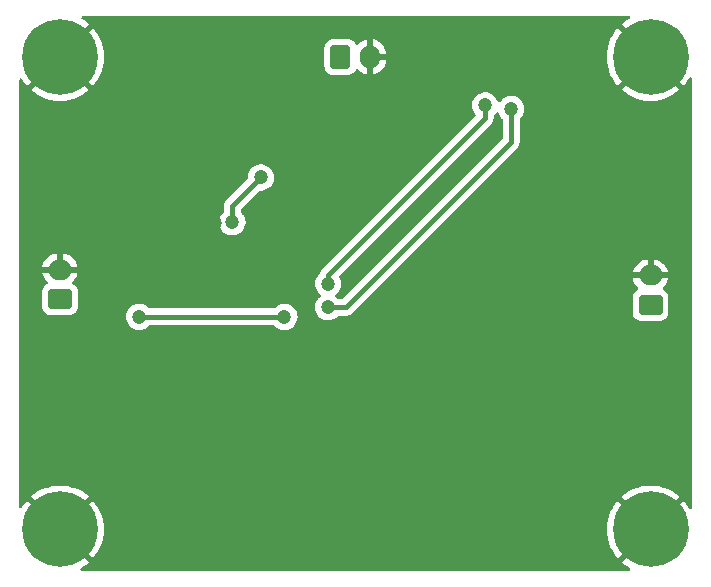
<source format=gbr>
%TF.GenerationSoftware,KiCad,Pcbnew,(6.0.9)*%
%TF.CreationDate,2023-02-16T17:01:49+01:00*%
%TF.ProjectId,TP_MCU,54505f4d-4355-42e6-9b69-6361645f7063,rev?*%
%TF.SameCoordinates,Original*%
%TF.FileFunction,Copper,L2,Bot*%
%TF.FilePolarity,Positive*%
%FSLAX46Y46*%
G04 Gerber Fmt 4.6, Leading zero omitted, Abs format (unit mm)*
G04 Created by KiCad (PCBNEW (6.0.9)) date 2023-02-16 17:01:49*
%MOMM*%
%LPD*%
G01*
G04 APERTURE LIST*
G04 Aperture macros list*
%AMRoundRect*
0 Rectangle with rounded corners*
0 $1 Rounding radius*
0 $2 $3 $4 $5 $6 $7 $8 $9 X,Y pos of 4 corners*
0 Add a 4 corners polygon primitive as box body*
4,1,4,$2,$3,$4,$5,$6,$7,$8,$9,$2,$3,0*
0 Add four circle primitives for the rounded corners*
1,1,$1+$1,$2,$3*
1,1,$1+$1,$4,$5*
1,1,$1+$1,$6,$7*
1,1,$1+$1,$8,$9*
0 Add four rect primitives between the rounded corners*
20,1,$1+$1,$2,$3,$4,$5,0*
20,1,$1+$1,$4,$5,$6,$7,0*
20,1,$1+$1,$6,$7,$8,$9,0*
20,1,$1+$1,$8,$9,$2,$3,0*%
G04 Aperture macros list end*
%TA.AperFunction,ComponentPad*%
%ADD10C,6.400000*%
%TD*%
%TA.AperFunction,ComponentPad*%
%ADD11RoundRect,0.250000X-0.600000X-0.750000X0.600000X-0.750000X0.600000X0.750000X-0.600000X0.750000X0*%
%TD*%
%TA.AperFunction,ComponentPad*%
%ADD12O,1.700000X2.000000*%
%TD*%
%TA.AperFunction,ComponentPad*%
%ADD13RoundRect,0.250000X0.750000X-0.600000X0.750000X0.600000X-0.750000X0.600000X-0.750000X-0.600000X0*%
%TD*%
%TA.AperFunction,ComponentPad*%
%ADD14O,2.000000X1.700000*%
%TD*%
%TA.AperFunction,ViaPad*%
%ADD15C,1.200000*%
%TD*%
%TA.AperFunction,Conductor*%
%ADD16C,0.400000*%
%TD*%
G04 APERTURE END LIST*
D10*
%TO.P,H3,1,1*%
%TO.N,GND*%
X110000000Y-40000000D03*
%TD*%
D11*
%TO.P,J2,1,Pin_1*%
%TO.N,+5V*%
X83750000Y-40000000D03*
D12*
%TO.P,J2,2,Pin_2*%
%TO.N,GND*%
X86250000Y-40000000D03*
%TD*%
D10*
%TO.P,H4,1,1*%
%TO.N,GND*%
X110000000Y-80000000D03*
%TD*%
D13*
%TO.P,J3,1,Pin_1*%
%TO.N,ADC_IN1*%
X60000000Y-60500000D03*
D14*
%TO.P,J3,2,Pin_2*%
%TO.N,GND*%
X60000000Y-58000000D03*
%TD*%
D13*
%TO.P,J4,1,Pin_1*%
%TO.N,DAC_OUT*%
X110000000Y-61000000D03*
D14*
%TO.P,J4,2,Pin_2*%
%TO.N,GND*%
X110000000Y-58500000D03*
%TD*%
D10*
%TO.P,H1,1,1*%
%TO.N,GND*%
X60000000Y-80000000D03*
%TD*%
%TO.P,H2,1,1*%
%TO.N,GND*%
X60000000Y-40000000D03*
%TD*%
D15*
%TO.N,GND*%
X86900000Y-49800000D03*
X101500000Y-76000000D03*
X72700000Y-76600000D03*
X93400000Y-40900000D03*
X98300000Y-58500000D03*
X82300000Y-75700000D03*
X78600000Y-50700000D03*
X73100000Y-54100000D03*
X76300000Y-46400000D03*
X89200000Y-54200000D03*
X93200000Y-50100000D03*
X108400000Y-48200000D03*
X104800000Y-71500000D03*
X93800000Y-72000000D03*
X67500000Y-72200000D03*
X65300000Y-49700000D03*
X74300000Y-64100000D03*
X73100000Y-56400000D03*
X79700000Y-53000000D03*
X78200000Y-57000000D03*
%TO.N,ADC_IN1*%
X79000000Y-62000000D03*
X66700000Y-62000000D03*
%TO.N,NRST*%
X74600000Y-54000000D03*
X77000000Y-50200000D03*
%TO.N,USART2_TX*%
X96000000Y-44100000D03*
X82700000Y-59200000D03*
%TO.N,USART2_RX*%
X82700000Y-61200000D03*
X98200000Y-44400000D03*
%TD*%
D16*
%TO.N,USART2_TX*%
X96000000Y-44100000D02*
X96000000Y-45185786D01*
X82700000Y-58485786D02*
X82700000Y-59200000D01*
X96000000Y-45185786D02*
X82700000Y-58485786D01*
%TO.N,ADC_IN1*%
X66700000Y-62000000D02*
X79000000Y-62000000D01*
%TO.N,USART2_RX*%
X98200000Y-47200000D02*
X98200000Y-44400000D01*
X84200000Y-61200000D02*
X98200000Y-47200000D01*
X82700000Y-61200000D02*
X84200000Y-61200000D01*
%TO.N,NRST*%
X74600000Y-52600000D02*
X77000000Y-50200000D01*
X74600000Y-54000000D02*
X74600000Y-52600000D01*
%TD*%
%TA.AperFunction,Conductor*%
%TO.N,GND*%
G36*
X108224328Y-36530336D02*
G01*
X108270877Y-36583943D01*
X108281053Y-36654207D01*
X108251627Y-36718818D01*
X108213521Y-36748670D01*
X108146405Y-36782868D01*
X108140687Y-36786169D01*
X107820265Y-36994253D01*
X107814939Y-36998123D01*
X107576165Y-37191478D01*
X107567700Y-37203733D01*
X107574034Y-37214824D01*
X112784310Y-42425100D01*
X112797386Y-42432241D01*
X112807753Y-42424784D01*
X113001877Y-42185061D01*
X113005747Y-42179735D01*
X113213831Y-41859313D01*
X113217128Y-41853603D01*
X113253233Y-41782742D01*
X113301981Y-41731127D01*
X113370896Y-41714061D01*
X113438098Y-41736962D01*
X113482250Y-41792559D01*
X113491500Y-41839945D01*
X113491500Y-78160055D01*
X113471498Y-78228176D01*
X113417842Y-78274669D01*
X113347568Y-78284773D01*
X113282988Y-78255279D01*
X113253233Y-78217258D01*
X113217128Y-78146397D01*
X113213831Y-78140687D01*
X113005747Y-77820265D01*
X113001877Y-77814939D01*
X112808522Y-77576165D01*
X112796267Y-77567700D01*
X112785176Y-77574034D01*
X107574900Y-82784310D01*
X107567759Y-82797386D01*
X107575216Y-82807753D01*
X107814935Y-83001874D01*
X107820272Y-83005751D01*
X108140685Y-83213830D01*
X108146394Y-83217126D01*
X108217255Y-83253232D01*
X108268870Y-83301980D01*
X108285936Y-83370895D01*
X108263035Y-83438097D01*
X108207438Y-83482249D01*
X108160052Y-83491499D01*
X61839948Y-83491499D01*
X61771827Y-83471497D01*
X61725334Y-83417841D01*
X61715230Y-83347567D01*
X61744724Y-83282987D01*
X61782745Y-83253232D01*
X61853606Y-83217126D01*
X61859315Y-83213830D01*
X62179728Y-83005751D01*
X62185065Y-83001874D01*
X62423835Y-82808522D01*
X62432300Y-82796267D01*
X62425966Y-82785176D01*
X59641922Y-80001132D01*
X60364408Y-80001132D01*
X60364539Y-80002965D01*
X60368790Y-80009580D01*
X62784310Y-82425100D01*
X62797386Y-82432241D01*
X62807753Y-82424784D01*
X63001877Y-82185061D01*
X63005747Y-82179735D01*
X63213831Y-81859313D01*
X63217128Y-81853603D01*
X63390578Y-81513189D01*
X63393260Y-81507164D01*
X63530171Y-81150498D01*
X63532212Y-81144216D01*
X63631094Y-80775184D01*
X63632465Y-80768734D01*
X63692234Y-80391371D01*
X63692920Y-80384833D01*
X63712916Y-80003301D01*
X106287084Y-80003301D01*
X106307080Y-80384833D01*
X106307766Y-80391371D01*
X106367535Y-80768734D01*
X106368906Y-80775184D01*
X106467788Y-81144216D01*
X106469829Y-81150498D01*
X106606740Y-81507164D01*
X106609422Y-81513189D01*
X106782872Y-81853603D01*
X106786169Y-81859313D01*
X106994253Y-82179735D01*
X106998123Y-82185061D01*
X107191478Y-82423835D01*
X107203733Y-82432300D01*
X107214824Y-82425966D01*
X109627978Y-80012812D01*
X109635592Y-79998868D01*
X109635461Y-79997035D01*
X109631210Y-79990420D01*
X107215690Y-77574900D01*
X107202614Y-77567759D01*
X107192247Y-77575216D01*
X106998123Y-77814939D01*
X106994253Y-77820265D01*
X106786169Y-78140687D01*
X106782872Y-78146397D01*
X106609422Y-78486811D01*
X106606740Y-78492836D01*
X106469829Y-78849502D01*
X106467788Y-78855784D01*
X106368906Y-79224816D01*
X106367535Y-79231266D01*
X106307766Y-79608629D01*
X106307080Y-79615167D01*
X106287084Y-79996699D01*
X106287084Y-80003301D01*
X63712916Y-80003301D01*
X63712916Y-79996699D01*
X63692920Y-79615167D01*
X63692234Y-79608629D01*
X63632465Y-79231266D01*
X63631094Y-79224816D01*
X63532212Y-78855784D01*
X63530171Y-78849502D01*
X63393260Y-78492836D01*
X63390578Y-78486811D01*
X63217128Y-78146397D01*
X63213831Y-78140687D01*
X63005747Y-77820265D01*
X63001877Y-77814939D01*
X62808522Y-77576165D01*
X62796267Y-77567700D01*
X62785176Y-77574034D01*
X60372022Y-79987188D01*
X60364408Y-80001132D01*
X59641922Y-80001132D01*
X57215690Y-77574900D01*
X57202614Y-77567759D01*
X57192247Y-77575216D01*
X56998123Y-77814939D01*
X56994253Y-77820265D01*
X56788985Y-78136351D01*
X56735108Y-78182588D01*
X56664787Y-78192358D01*
X56600347Y-78162558D01*
X56562248Y-78102650D01*
X56557312Y-78067727D01*
X56557312Y-77203733D01*
X57567700Y-77203733D01*
X57574034Y-77214824D01*
X59987188Y-79627978D01*
X60001132Y-79635592D01*
X60002965Y-79635461D01*
X60009580Y-79631210D01*
X62425100Y-77215690D01*
X62431630Y-77203733D01*
X107567700Y-77203733D01*
X107574034Y-77214824D01*
X109987188Y-79627978D01*
X110001132Y-79635592D01*
X110002965Y-79635461D01*
X110009580Y-79631210D01*
X112425100Y-77215690D01*
X112432241Y-77202614D01*
X112424784Y-77192247D01*
X112185065Y-76998126D01*
X112179728Y-76994249D01*
X111859315Y-76786170D01*
X111853606Y-76782873D01*
X111513189Y-76609422D01*
X111507164Y-76606740D01*
X111150498Y-76469829D01*
X111144216Y-76467788D01*
X110775184Y-76368906D01*
X110768734Y-76367535D01*
X110391371Y-76307766D01*
X110384833Y-76307080D01*
X110003301Y-76287084D01*
X109996699Y-76287084D01*
X109615167Y-76307080D01*
X109608629Y-76307766D01*
X109231266Y-76367535D01*
X109224816Y-76368906D01*
X108855784Y-76467788D01*
X108849502Y-76469829D01*
X108492836Y-76606740D01*
X108486811Y-76609422D01*
X108146397Y-76782872D01*
X108140687Y-76786169D01*
X107820265Y-76994253D01*
X107814939Y-76998123D01*
X107576165Y-77191478D01*
X107567700Y-77203733D01*
X62431630Y-77203733D01*
X62432241Y-77202614D01*
X62424784Y-77192247D01*
X62185065Y-76998126D01*
X62179728Y-76994249D01*
X61859315Y-76786170D01*
X61853606Y-76782873D01*
X61513189Y-76609422D01*
X61507164Y-76606740D01*
X61150498Y-76469829D01*
X61144216Y-76467788D01*
X60775184Y-76368906D01*
X60768734Y-76367535D01*
X60391371Y-76307766D01*
X60384833Y-76307080D01*
X60003301Y-76287084D01*
X59996699Y-76287084D01*
X59615167Y-76307080D01*
X59608629Y-76307766D01*
X59231266Y-76367535D01*
X59224816Y-76368906D01*
X58855784Y-76467788D01*
X58849502Y-76469829D01*
X58492836Y-76606740D01*
X58486811Y-76609422D01*
X58146397Y-76782872D01*
X58140687Y-76786169D01*
X57820265Y-76994253D01*
X57814939Y-76998123D01*
X57576165Y-77191478D01*
X57567700Y-77203733D01*
X56557312Y-77203733D01*
X56557312Y-61970859D01*
X65587132Y-61970859D01*
X65600457Y-62174151D01*
X65650605Y-62371610D01*
X65735898Y-62556624D01*
X65853479Y-62722997D01*
X65999410Y-62865157D01*
X66004206Y-62868362D01*
X66004209Y-62868364D01*
X66072149Y-62913760D01*
X66168803Y-62978342D01*
X66174106Y-62980620D01*
X66174109Y-62980622D01*
X66263115Y-63018862D01*
X66355987Y-63058763D01*
X66428817Y-63075243D01*
X66549055Y-63102450D01*
X66549060Y-63102451D01*
X66554692Y-63103725D01*
X66560463Y-63103952D01*
X66560465Y-63103952D01*
X66623470Y-63106427D01*
X66758263Y-63111723D01*
X66959883Y-63082490D01*
X66965347Y-63080635D01*
X66965352Y-63080634D01*
X67147327Y-63018862D01*
X67147332Y-63018860D01*
X67152799Y-63017004D01*
X67330551Y-62917458D01*
X67487186Y-62787186D01*
X67514845Y-62753929D01*
X67573782Y-62714347D01*
X67611718Y-62708500D01*
X78087370Y-62708500D01*
X78155491Y-62728502D01*
X78175290Y-62744245D01*
X78299410Y-62865157D01*
X78304206Y-62868362D01*
X78304209Y-62868364D01*
X78372149Y-62913760D01*
X78468803Y-62978342D01*
X78474106Y-62980620D01*
X78474109Y-62980622D01*
X78563115Y-63018862D01*
X78655987Y-63058763D01*
X78728817Y-63075243D01*
X78849055Y-63102450D01*
X78849060Y-63102451D01*
X78854692Y-63103725D01*
X78860463Y-63103952D01*
X78860465Y-63103952D01*
X78923470Y-63106427D01*
X79058263Y-63111723D01*
X79259883Y-63082490D01*
X79265347Y-63080635D01*
X79265352Y-63080634D01*
X79447327Y-63018862D01*
X79447332Y-63018860D01*
X79452799Y-63017004D01*
X79630551Y-62917458D01*
X79787186Y-62787186D01*
X79917458Y-62630551D01*
X80017004Y-62452799D01*
X80018860Y-62447332D01*
X80018862Y-62447327D01*
X80080634Y-62265352D01*
X80080635Y-62265347D01*
X80082490Y-62259883D01*
X80111723Y-62058263D01*
X80113249Y-62000000D01*
X80099328Y-61848498D01*
X80095137Y-61802880D01*
X80095136Y-61802877D01*
X80094608Y-61797126D01*
X80091948Y-61787694D01*
X80040875Y-61606606D01*
X80040874Y-61606604D01*
X80039307Y-61601047D01*
X80028680Y-61579496D01*
X79951756Y-61423510D01*
X79949201Y-61418329D01*
X79930796Y-61393681D01*
X79830758Y-61259715D01*
X79830758Y-61259714D01*
X79827305Y-61255091D01*
X79736184Y-61170859D01*
X81587132Y-61170859D01*
X81600457Y-61374151D01*
X81650605Y-61571610D01*
X81735898Y-61756624D01*
X81853479Y-61922997D01*
X81999410Y-62065157D01*
X82004206Y-62068362D01*
X82004209Y-62068364D01*
X82020907Y-62079521D01*
X82168803Y-62178342D01*
X82174106Y-62180620D01*
X82174109Y-62180622D01*
X82263115Y-62218862D01*
X82355987Y-62258763D01*
X82428817Y-62275243D01*
X82549055Y-62302450D01*
X82549060Y-62302451D01*
X82554692Y-62303725D01*
X82560463Y-62303952D01*
X82560465Y-62303952D01*
X82623470Y-62306427D01*
X82758263Y-62311723D01*
X82959883Y-62282490D01*
X82965347Y-62280635D01*
X82965352Y-62280634D01*
X83147327Y-62218862D01*
X83147332Y-62218860D01*
X83152799Y-62217004D01*
X83330551Y-62117458D01*
X83487186Y-61987186D01*
X83514845Y-61953929D01*
X83573782Y-61914347D01*
X83611718Y-61908500D01*
X84171088Y-61908500D01*
X84179658Y-61908792D01*
X84229776Y-61912209D01*
X84229780Y-61912209D01*
X84237352Y-61912725D01*
X84244829Y-61911420D01*
X84244830Y-61911420D01*
X84271308Y-61906799D01*
X84300303Y-61901738D01*
X84306821Y-61900777D01*
X84370242Y-61893102D01*
X84377343Y-61890419D01*
X84379952Y-61889778D01*
X84396262Y-61885315D01*
X84398798Y-61884550D01*
X84406284Y-61883243D01*
X84464800Y-61857556D01*
X84470904Y-61855065D01*
X84523548Y-61835173D01*
X84523549Y-61835172D01*
X84530656Y-61832487D01*
X84536919Y-61828183D01*
X84539285Y-61826946D01*
X84554097Y-61818701D01*
X84556351Y-61817368D01*
X84563305Y-61814315D01*
X84614002Y-61775413D01*
X84619332Y-61771541D01*
X84665720Y-61739661D01*
X84665725Y-61739656D01*
X84671981Y-61735357D01*
X84713436Y-61688829D01*
X84718416Y-61683554D01*
X84751570Y-61650400D01*
X108491500Y-61650400D01*
X108491837Y-61653646D01*
X108491837Y-61653650D01*
X108499727Y-61729686D01*
X108502474Y-61756166D01*
X108504655Y-61762702D01*
X108504655Y-61762704D01*
X108532322Y-61845632D01*
X108558450Y-61923946D01*
X108651522Y-62074348D01*
X108776697Y-62199305D01*
X108782927Y-62203145D01*
X108782928Y-62203146D01*
X108920090Y-62287694D01*
X108927262Y-62292115D01*
X108962950Y-62303952D01*
X109088611Y-62345632D01*
X109088613Y-62345632D01*
X109095139Y-62347797D01*
X109101975Y-62348497D01*
X109101978Y-62348498D01*
X109145031Y-62352909D01*
X109199600Y-62358500D01*
X110800400Y-62358500D01*
X110803646Y-62358163D01*
X110803650Y-62358163D01*
X110899308Y-62348238D01*
X110899312Y-62348237D01*
X110906166Y-62347526D01*
X110912702Y-62345345D01*
X110912704Y-62345345D01*
X111044806Y-62301272D01*
X111073946Y-62291550D01*
X111224348Y-62198478D01*
X111349305Y-62073303D01*
X111358576Y-62058263D01*
X111438275Y-61928968D01*
X111438276Y-61928966D01*
X111442115Y-61922738D01*
X111481870Y-61802880D01*
X111495632Y-61761389D01*
X111495632Y-61761387D01*
X111497797Y-61754861D01*
X111499355Y-61739661D01*
X111508172Y-61653598D01*
X111508500Y-61650400D01*
X111508500Y-60349600D01*
X111508163Y-60346350D01*
X111498238Y-60250692D01*
X111498237Y-60250688D01*
X111497526Y-60243834D01*
X111477224Y-60182980D01*
X111443868Y-60083002D01*
X111441550Y-60076054D01*
X111348478Y-59925652D01*
X111223303Y-59800695D01*
X111077220Y-59710647D01*
X111029727Y-59657876D01*
X111018303Y-59587804D01*
X111046577Y-59522680D01*
X111056364Y-59512218D01*
X111166906Y-59406766D01*
X111173941Y-59398814D01*
X111305141Y-59222475D01*
X111310745Y-59213438D01*
X111410357Y-59017516D01*
X111414357Y-59007665D01*
X111479534Y-58797760D01*
X111481817Y-58787376D01*
X111483861Y-58771957D01*
X111481665Y-58757793D01*
X111468478Y-58754000D01*
X108533808Y-58754000D01*
X108520277Y-58757973D01*
X108518752Y-58768580D01*
X108543477Y-58886421D01*
X108546537Y-58896617D01*
X108627263Y-59101029D01*
X108631994Y-59110561D01*
X108746016Y-59298462D01*
X108752280Y-59307052D01*
X108896327Y-59473052D01*
X108903956Y-59480470D01*
X108935569Y-59506391D01*
X108975564Y-59565051D01*
X108977496Y-59636021D01*
X108940752Y-59696770D01*
X108921983Y-59710969D01*
X108775652Y-59801522D01*
X108650695Y-59926697D01*
X108646855Y-59932927D01*
X108646854Y-59932928D01*
X108565347Y-60065157D01*
X108557885Y-60077262D01*
X108502203Y-60245139D01*
X108491500Y-60349600D01*
X108491500Y-61650400D01*
X84751570Y-61650400D01*
X88173927Y-58228043D01*
X108516139Y-58228043D01*
X108518335Y-58242207D01*
X108531522Y-58246000D01*
X109727885Y-58246000D01*
X109743124Y-58241525D01*
X109744329Y-58240135D01*
X109746000Y-58232452D01*
X109746000Y-58227885D01*
X110254000Y-58227885D01*
X110258475Y-58243124D01*
X110259865Y-58244329D01*
X110267548Y-58246000D01*
X111466192Y-58246000D01*
X111479723Y-58242027D01*
X111481248Y-58231420D01*
X111456523Y-58113579D01*
X111453463Y-58103383D01*
X111372737Y-57898971D01*
X111368006Y-57889439D01*
X111253984Y-57701538D01*
X111247720Y-57692948D01*
X111103673Y-57526948D01*
X111096042Y-57519528D01*
X110926089Y-57380174D01*
X110917322Y-57374150D01*
X110726318Y-57265424D01*
X110716654Y-57260959D01*
X110510059Y-57185969D01*
X110499792Y-57183198D01*
X110282345Y-57143877D01*
X110274116Y-57142944D01*
X110269624Y-57142732D01*
X110256876Y-57146475D01*
X110255671Y-57147865D01*
X110254000Y-57155548D01*
X110254000Y-58227885D01*
X109746000Y-58227885D01*
X109746000Y-57164030D01*
X109741690Y-57149352D01*
X109729807Y-57147289D01*
X109625675Y-57156124D01*
X109615203Y-57157914D01*
X109402465Y-57213130D01*
X109392425Y-57216665D01*
X109192030Y-57306937D01*
X109182744Y-57312106D01*
X109000425Y-57434850D01*
X108992130Y-57441519D01*
X108833100Y-57593228D01*
X108826059Y-57601186D01*
X108694859Y-57777525D01*
X108689255Y-57786562D01*
X108589643Y-57982484D01*
X108585643Y-57992335D01*
X108520466Y-58202240D01*
X108518183Y-58212624D01*
X108516139Y-58228043D01*
X88173927Y-58228043D01*
X98680520Y-47721450D01*
X98686785Y-47715596D01*
X98687238Y-47715201D01*
X98730385Y-47677561D01*
X98767129Y-47625280D01*
X98771061Y-47619986D01*
X98805791Y-47575693D01*
X98810476Y-47569718D01*
X98813599Y-47562802D01*
X98814983Y-47560516D01*
X98823357Y-47545835D01*
X98824622Y-47543475D01*
X98828990Y-47537261D01*
X98852203Y-47477723D01*
X98854759Y-47471642D01*
X98877918Y-47420352D01*
X98881045Y-47413427D01*
X98882429Y-47405960D01*
X98883230Y-47403405D01*
X98887859Y-47387152D01*
X98888522Y-47384572D01*
X98891282Y-47377491D01*
X98899622Y-47314139D01*
X98900653Y-47307632D01*
X98910912Y-47252280D01*
X98912296Y-47244814D01*
X98908709Y-47182608D01*
X98908500Y-47175354D01*
X98908500Y-45311718D01*
X98928502Y-45243597D01*
X98953928Y-45214846D01*
X98987186Y-45187186D01*
X99117458Y-45030551D01*
X99183883Y-44911941D01*
X99214180Y-44857842D01*
X99214181Y-44857840D01*
X99217004Y-44852799D01*
X99218860Y-44847332D01*
X99218862Y-44847327D01*
X99280634Y-44665352D01*
X99280635Y-44665347D01*
X99282490Y-44659883D01*
X99311723Y-44458263D01*
X99313249Y-44400000D01*
X99294608Y-44197126D01*
X99260623Y-44076625D01*
X99240875Y-44006606D01*
X99240874Y-44006604D01*
X99239307Y-44001047D01*
X99225959Y-43973978D01*
X99151756Y-43823510D01*
X99149201Y-43818329D01*
X99130796Y-43793681D01*
X99030758Y-43659715D01*
X99030758Y-43659714D01*
X99027305Y-43655091D01*
X98877703Y-43516800D01*
X98831675Y-43487759D01*
X98710288Y-43411169D01*
X98710283Y-43411167D01*
X98705404Y-43408088D01*
X98516180Y-43332595D01*
X98316366Y-43292849D01*
X98310592Y-43292773D01*
X98310588Y-43292773D01*
X98207452Y-43291424D01*
X98112655Y-43290183D01*
X98106958Y-43291162D01*
X98106957Y-43291162D01*
X97917567Y-43323705D01*
X97911870Y-43324684D01*
X97720734Y-43395198D01*
X97715773Y-43398150D01*
X97715772Y-43398150D01*
X97555200Y-43493681D01*
X97545649Y-43499363D01*
X97392478Y-43633690D01*
X97388906Y-43638221D01*
X97271467Y-43787191D01*
X97213586Y-43828304D01*
X97142665Y-43831598D01*
X97081223Y-43796026D01*
X97051248Y-43743386D01*
X97040876Y-43706608D01*
X97040874Y-43706602D01*
X97039307Y-43701047D01*
X97035300Y-43692920D01*
X96951756Y-43523510D01*
X96949201Y-43518329D01*
X96937884Y-43503173D01*
X96830758Y-43359715D01*
X96830758Y-43359714D01*
X96827305Y-43355091D01*
X96677703Y-43216800D01*
X96631675Y-43187759D01*
X96510288Y-43111169D01*
X96510283Y-43111167D01*
X96505404Y-43108088D01*
X96316180Y-43032595D01*
X96116366Y-42992849D01*
X96110592Y-42992773D01*
X96110588Y-42992773D01*
X96007452Y-42991424D01*
X95912655Y-42990183D01*
X95906958Y-42991162D01*
X95906957Y-42991162D01*
X95844617Y-43001874D01*
X95711870Y-43024684D01*
X95520734Y-43095198D01*
X95345649Y-43199363D01*
X95192478Y-43333690D01*
X95188911Y-43338215D01*
X95188906Y-43338220D01*
X95135514Y-43405948D01*
X95066351Y-43493681D01*
X95063662Y-43498792D01*
X95063660Y-43498795D01*
X95046079Y-43532212D01*
X94971492Y-43673978D01*
X94911078Y-43868543D01*
X94887132Y-44070859D01*
X94900457Y-44274151D01*
X94950605Y-44471610D01*
X95035898Y-44656624D01*
X95153479Y-44822997D01*
X95157611Y-44827023D01*
X95157616Y-44827028D01*
X95167060Y-44836227D01*
X95201900Y-44898087D01*
X95197765Y-44968963D01*
X95168237Y-45015579D01*
X82219480Y-57964336D01*
X82213215Y-57970190D01*
X82169615Y-58008225D01*
X82165248Y-58014439D01*
X82132872Y-58060505D01*
X82128939Y-58065800D01*
X82089524Y-58116068D01*
X82086401Y-58122984D01*
X82085017Y-58125270D01*
X82076643Y-58139951D01*
X82075378Y-58142311D01*
X82071010Y-58148525D01*
X82068250Y-58155604D01*
X82068249Y-58155606D01*
X82047798Y-58208061D01*
X82045247Y-58214130D01*
X82018955Y-58272359D01*
X82017571Y-58279826D01*
X82016770Y-58282381D01*
X82012144Y-58298624D01*
X82011849Y-58299772D01*
X82011789Y-58299870D01*
X82011208Y-58301909D01*
X82008717Y-58308298D01*
X82007017Y-58307635D01*
X81972882Y-58363177D01*
X81892478Y-58433690D01*
X81888911Y-58438215D01*
X81888906Y-58438220D01*
X81831919Y-58510508D01*
X81766351Y-58593681D01*
X81671492Y-58773978D01*
X81611078Y-58968543D01*
X81587132Y-59170859D01*
X81600457Y-59374151D01*
X81650605Y-59571610D01*
X81735898Y-59756624D01*
X81853479Y-59922997D01*
X81999410Y-60065157D01*
X82025522Y-60082604D01*
X82041572Y-60093329D01*
X82087100Y-60147806D01*
X82095947Y-60218249D01*
X82065306Y-60282293D01*
X82047770Y-60298101D01*
X82045649Y-60299363D01*
X81892478Y-60433690D01*
X81888911Y-60438215D01*
X81888906Y-60438220D01*
X81846904Y-60491500D01*
X81766351Y-60593681D01*
X81671492Y-60773978D01*
X81611078Y-60968543D01*
X81587132Y-61170859D01*
X79736184Y-61170859D01*
X79681943Y-61120719D01*
X79681940Y-61120717D01*
X79677703Y-61116800D01*
X79631675Y-61087759D01*
X79510288Y-61011169D01*
X79510283Y-61011167D01*
X79505404Y-61008088D01*
X79316180Y-60932595D01*
X79116366Y-60892849D01*
X79110592Y-60892773D01*
X79110588Y-60892773D01*
X79007452Y-60891424D01*
X78912655Y-60890183D01*
X78906958Y-60891162D01*
X78906957Y-60891162D01*
X78717567Y-60923705D01*
X78711870Y-60924684D01*
X78520734Y-60995198D01*
X78345649Y-61099363D01*
X78192478Y-61233690D01*
X78188907Y-61238220D01*
X78188904Y-61238223D01*
X78184741Y-61243504D01*
X78126861Y-61284618D01*
X78085790Y-61291500D01*
X67615476Y-61291500D01*
X67547355Y-61271498D01*
X67527633Y-61254736D01*
X67527305Y-61255091D01*
X67381943Y-61120719D01*
X67381940Y-61120717D01*
X67377703Y-61116800D01*
X67331675Y-61087759D01*
X67210288Y-61011169D01*
X67210283Y-61011167D01*
X67205404Y-61008088D01*
X67016180Y-60932595D01*
X66816366Y-60892849D01*
X66810592Y-60892773D01*
X66810588Y-60892773D01*
X66707452Y-60891424D01*
X66612655Y-60890183D01*
X66606958Y-60891162D01*
X66606957Y-60891162D01*
X66417567Y-60923705D01*
X66411870Y-60924684D01*
X66220734Y-60995198D01*
X66045649Y-61099363D01*
X65892478Y-61233690D01*
X65888911Y-61238215D01*
X65888906Y-61238220D01*
X65846904Y-61291500D01*
X65766351Y-61393681D01*
X65763662Y-61398792D01*
X65763660Y-61398795D01*
X65747150Y-61430176D01*
X65671492Y-61573978D01*
X65611078Y-61768543D01*
X65587132Y-61970859D01*
X56557312Y-61970859D01*
X56557312Y-61150400D01*
X58491500Y-61150400D01*
X58491837Y-61153646D01*
X58491837Y-61153650D01*
X58493028Y-61165124D01*
X58502474Y-61256166D01*
X58558450Y-61423946D01*
X58651522Y-61574348D01*
X58776697Y-61699305D01*
X58782927Y-61703145D01*
X58782928Y-61703146D01*
X58920090Y-61787694D01*
X58927262Y-61792115D01*
X58994193Y-61814315D01*
X59088611Y-61845632D01*
X59088613Y-61845632D01*
X59095139Y-61847797D01*
X59101975Y-61848497D01*
X59101978Y-61848498D01*
X59145031Y-61852909D01*
X59199600Y-61858500D01*
X60800400Y-61858500D01*
X60803646Y-61858163D01*
X60803650Y-61858163D01*
X60899308Y-61848238D01*
X60899312Y-61848237D01*
X60906166Y-61847526D01*
X60912702Y-61845345D01*
X60912704Y-61845345D01*
X61057233Y-61797126D01*
X61073946Y-61791550D01*
X61224348Y-61698478D01*
X61236681Y-61686124D01*
X61344134Y-61578483D01*
X61349305Y-61573303D01*
X61353146Y-61567072D01*
X61438275Y-61428968D01*
X61438276Y-61428966D01*
X61442115Y-61422738D01*
X61468564Y-61342995D01*
X61495632Y-61261389D01*
X61495632Y-61261387D01*
X61497797Y-61254861D01*
X61508500Y-61150400D01*
X61508500Y-59849600D01*
X61506000Y-59825504D01*
X61498238Y-59750692D01*
X61498237Y-59750688D01*
X61497526Y-59743834D01*
X61485533Y-59707885D01*
X61443868Y-59583002D01*
X61441550Y-59576054D01*
X61348478Y-59425652D01*
X61223303Y-59300695D01*
X61077220Y-59210647D01*
X61029727Y-59157876D01*
X61018303Y-59087804D01*
X61046577Y-59022680D01*
X61056364Y-59012218D01*
X61166906Y-58906766D01*
X61173941Y-58898814D01*
X61305141Y-58722475D01*
X61310745Y-58713438D01*
X61410357Y-58517516D01*
X61414357Y-58507665D01*
X61479534Y-58297760D01*
X61481817Y-58287376D01*
X61483861Y-58271957D01*
X61481665Y-58257793D01*
X61468478Y-58254000D01*
X58533808Y-58254000D01*
X58520277Y-58257973D01*
X58518752Y-58268580D01*
X58543477Y-58386421D01*
X58546537Y-58396617D01*
X58627263Y-58601029D01*
X58631994Y-58610561D01*
X58746016Y-58798462D01*
X58752280Y-58807052D01*
X58896327Y-58973052D01*
X58903956Y-58980470D01*
X58935569Y-59006391D01*
X58975564Y-59065051D01*
X58977496Y-59136021D01*
X58940752Y-59196770D01*
X58921983Y-59210969D01*
X58775652Y-59301522D01*
X58650695Y-59426697D01*
X58646855Y-59432927D01*
X58646854Y-59432928D01*
X58626868Y-59465352D01*
X58557885Y-59577262D01*
X58538396Y-59636021D01*
X58514560Y-59707885D01*
X58502203Y-59745139D01*
X58491500Y-59849600D01*
X58491500Y-61150400D01*
X56557312Y-61150400D01*
X56557312Y-57728043D01*
X58516139Y-57728043D01*
X58518335Y-57742207D01*
X58531522Y-57746000D01*
X59727885Y-57746000D01*
X59743124Y-57741525D01*
X59744329Y-57740135D01*
X59746000Y-57732452D01*
X59746000Y-57727885D01*
X60254000Y-57727885D01*
X60258475Y-57743124D01*
X60259865Y-57744329D01*
X60267548Y-57746000D01*
X61466192Y-57746000D01*
X61479723Y-57742027D01*
X61481248Y-57731420D01*
X61456523Y-57613579D01*
X61453463Y-57603383D01*
X61372737Y-57398971D01*
X61368006Y-57389439D01*
X61253984Y-57201538D01*
X61247720Y-57192948D01*
X61103673Y-57026948D01*
X61096042Y-57019528D01*
X60926089Y-56880174D01*
X60917322Y-56874150D01*
X60726318Y-56765424D01*
X60716654Y-56760959D01*
X60510059Y-56685969D01*
X60499792Y-56683198D01*
X60282345Y-56643877D01*
X60274116Y-56642944D01*
X60269624Y-56642732D01*
X60256876Y-56646475D01*
X60255671Y-56647865D01*
X60254000Y-56655548D01*
X60254000Y-57727885D01*
X59746000Y-57727885D01*
X59746000Y-56664030D01*
X59741690Y-56649352D01*
X59729807Y-56647289D01*
X59625675Y-56656124D01*
X59615203Y-56657914D01*
X59402465Y-56713130D01*
X59392425Y-56716665D01*
X59192030Y-56806937D01*
X59182744Y-56812106D01*
X59000425Y-56934850D01*
X58992130Y-56941519D01*
X58833100Y-57093228D01*
X58826059Y-57101186D01*
X58694859Y-57277525D01*
X58689255Y-57286562D01*
X58589643Y-57482484D01*
X58585643Y-57492335D01*
X58520466Y-57702240D01*
X58518183Y-57712624D01*
X58516139Y-57728043D01*
X56557312Y-57728043D01*
X56557312Y-53970859D01*
X73487132Y-53970859D01*
X73500457Y-54174151D01*
X73550605Y-54371610D01*
X73635898Y-54556624D01*
X73753479Y-54722997D01*
X73899410Y-54865157D01*
X73904206Y-54868362D01*
X73904209Y-54868364D01*
X73972149Y-54913760D01*
X74068803Y-54978342D01*
X74074106Y-54980620D01*
X74074109Y-54980622D01*
X74163115Y-55018862D01*
X74255987Y-55058763D01*
X74328817Y-55075243D01*
X74449055Y-55102450D01*
X74449060Y-55102451D01*
X74454692Y-55103725D01*
X74460463Y-55103952D01*
X74460465Y-55103952D01*
X74523470Y-55106427D01*
X74658263Y-55111723D01*
X74859883Y-55082490D01*
X74865347Y-55080635D01*
X74865352Y-55080634D01*
X75047327Y-55018862D01*
X75047332Y-55018860D01*
X75052799Y-55017004D01*
X75230551Y-54917458D01*
X75387186Y-54787186D01*
X75517458Y-54630551D01*
X75617004Y-54452799D01*
X75618860Y-54447332D01*
X75618862Y-54447327D01*
X75680634Y-54265352D01*
X75680635Y-54265347D01*
X75682490Y-54259883D01*
X75711723Y-54058263D01*
X75713249Y-54000000D01*
X75694608Y-53797126D01*
X75639307Y-53601047D01*
X75628680Y-53579496D01*
X75551756Y-53423510D01*
X75549201Y-53418329D01*
X75530796Y-53393681D01*
X75430758Y-53259715D01*
X75430758Y-53259714D01*
X75427305Y-53255091D01*
X75404154Y-53233690D01*
X75348971Y-53182680D01*
X75312526Y-53121751D01*
X75308500Y-53090155D01*
X75308500Y-52945660D01*
X75328502Y-52877539D01*
X75345405Y-52856565D01*
X76857627Y-51344343D01*
X76919939Y-51310317D01*
X76951669Y-51307535D01*
X76989888Y-51309036D01*
X77058263Y-51311723D01*
X77259883Y-51282490D01*
X77265347Y-51280635D01*
X77265352Y-51280634D01*
X77447327Y-51218862D01*
X77447332Y-51218860D01*
X77452799Y-51217004D01*
X77630551Y-51117458D01*
X77787186Y-50987186D01*
X77917458Y-50830551D01*
X78017004Y-50652799D01*
X78018860Y-50647332D01*
X78018862Y-50647327D01*
X78080634Y-50465352D01*
X78080635Y-50465347D01*
X78082490Y-50459883D01*
X78111723Y-50258263D01*
X78113249Y-50200000D01*
X78094608Y-49997126D01*
X78039307Y-49801047D01*
X78028680Y-49779496D01*
X77951756Y-49623510D01*
X77949201Y-49618329D01*
X77930796Y-49593681D01*
X77830758Y-49459715D01*
X77830758Y-49459714D01*
X77827305Y-49455091D01*
X77677703Y-49316800D01*
X77631675Y-49287759D01*
X77510288Y-49211169D01*
X77510283Y-49211167D01*
X77505404Y-49208088D01*
X77316180Y-49132595D01*
X77116366Y-49092849D01*
X77110592Y-49092773D01*
X77110588Y-49092773D01*
X77007452Y-49091424D01*
X76912655Y-49090183D01*
X76906958Y-49091162D01*
X76906957Y-49091162D01*
X76717567Y-49123705D01*
X76711870Y-49124684D01*
X76520734Y-49195198D01*
X76345649Y-49299363D01*
X76192478Y-49433690D01*
X76188911Y-49438215D01*
X76188906Y-49438220D01*
X76102331Y-49548040D01*
X76066351Y-49593681D01*
X75971492Y-49773978D01*
X75911078Y-49968543D01*
X75887132Y-50170859D01*
X75887510Y-50176625D01*
X75892012Y-50245316D01*
X75876508Y-50314600D01*
X75855377Y-50342652D01*
X74119472Y-52078558D01*
X74113206Y-52084412D01*
X74075340Y-52117444D01*
X74075337Y-52117447D01*
X74069615Y-52122439D01*
X74065248Y-52128653D01*
X74032872Y-52174719D01*
X74028939Y-52180014D01*
X73989524Y-52230282D01*
X73986401Y-52237198D01*
X73985017Y-52239484D01*
X73976643Y-52254165D01*
X73975378Y-52256525D01*
X73971010Y-52262739D01*
X73968250Y-52269818D01*
X73968249Y-52269820D01*
X73947798Y-52322275D01*
X73945247Y-52328344D01*
X73918955Y-52386573D01*
X73917571Y-52394040D01*
X73916770Y-52396595D01*
X73912141Y-52412848D01*
X73911478Y-52415428D01*
X73908718Y-52422509D01*
X73907727Y-52430040D01*
X73907726Y-52430042D01*
X73900379Y-52485852D01*
X73899348Y-52492359D01*
X73887704Y-52555186D01*
X73888141Y-52562766D01*
X73888141Y-52562767D01*
X73891291Y-52617392D01*
X73891500Y-52624646D01*
X73891500Y-53089760D01*
X73871498Y-53157881D01*
X73848577Y-53184492D01*
X73796824Y-53229878D01*
X73796820Y-53229882D01*
X73792478Y-53233690D01*
X73788903Y-53238225D01*
X73788902Y-53238226D01*
X73760240Y-53274584D01*
X73666351Y-53393681D01*
X73571492Y-53573978D01*
X73511078Y-53768543D01*
X73487132Y-53970859D01*
X56557312Y-53970859D01*
X56557313Y-42797386D01*
X57567759Y-42797386D01*
X57575216Y-42807753D01*
X57814935Y-43001874D01*
X57820272Y-43005751D01*
X58140685Y-43213830D01*
X58146394Y-43217127D01*
X58486811Y-43390578D01*
X58492836Y-43393260D01*
X58849502Y-43530171D01*
X58855784Y-43532212D01*
X59224816Y-43631094D01*
X59231266Y-43632465D01*
X59608629Y-43692234D01*
X59615167Y-43692920D01*
X59996699Y-43712916D01*
X60003301Y-43712916D01*
X60384833Y-43692920D01*
X60391371Y-43692234D01*
X60768734Y-43632465D01*
X60775184Y-43631094D01*
X61144216Y-43532212D01*
X61150498Y-43530171D01*
X61507164Y-43393260D01*
X61513189Y-43390578D01*
X61853606Y-43217127D01*
X61859315Y-43213830D01*
X62179728Y-43005751D01*
X62185065Y-43001874D01*
X62423835Y-42808522D01*
X62431527Y-42797386D01*
X107567759Y-42797386D01*
X107575216Y-42807753D01*
X107814935Y-43001874D01*
X107820272Y-43005751D01*
X108140685Y-43213830D01*
X108146394Y-43217127D01*
X108486811Y-43390578D01*
X108492836Y-43393260D01*
X108849502Y-43530171D01*
X108855784Y-43532212D01*
X109224816Y-43631094D01*
X109231266Y-43632465D01*
X109608629Y-43692234D01*
X109615167Y-43692920D01*
X109996699Y-43712916D01*
X110003301Y-43712916D01*
X110384833Y-43692920D01*
X110391371Y-43692234D01*
X110768734Y-43632465D01*
X110775184Y-43631094D01*
X111144216Y-43532212D01*
X111150498Y-43530171D01*
X111507164Y-43393260D01*
X111513189Y-43390578D01*
X111853606Y-43217127D01*
X111859315Y-43213830D01*
X112179728Y-43005751D01*
X112185065Y-43001874D01*
X112423835Y-42808522D01*
X112432300Y-42796267D01*
X112425966Y-42785176D01*
X110012812Y-40372022D01*
X109998868Y-40364408D01*
X109997035Y-40364539D01*
X109990420Y-40368790D01*
X107574900Y-42784310D01*
X107567759Y-42797386D01*
X62431527Y-42797386D01*
X62432300Y-42796267D01*
X62425966Y-42785176D01*
X60012812Y-40372022D01*
X59998868Y-40364408D01*
X59997035Y-40364539D01*
X59990420Y-40368790D01*
X57574900Y-42784310D01*
X57567759Y-42797386D01*
X56557313Y-42797386D01*
X56557313Y-41932274D01*
X56577315Y-41864153D01*
X56630971Y-41817660D01*
X56701245Y-41807556D01*
X56765825Y-41837050D01*
X56788986Y-41863650D01*
X56994253Y-42179735D01*
X56998123Y-42185061D01*
X57191478Y-42423835D01*
X57203733Y-42432300D01*
X57214824Y-42425966D01*
X59639658Y-40001132D01*
X60364408Y-40001132D01*
X60364539Y-40002965D01*
X60368790Y-40009580D01*
X62784310Y-42425100D01*
X62797386Y-42432241D01*
X62807753Y-42424784D01*
X63001877Y-42185061D01*
X63005747Y-42179735D01*
X63213831Y-41859313D01*
X63217128Y-41853603D01*
X63390578Y-41513189D01*
X63393260Y-41507164D01*
X63530171Y-41150498D01*
X63532212Y-41144216D01*
X63624337Y-40800400D01*
X82391500Y-40800400D01*
X82402474Y-40906166D01*
X82458450Y-41073946D01*
X82551522Y-41224348D01*
X82676697Y-41349305D01*
X82682927Y-41353145D01*
X82682928Y-41353146D01*
X82820090Y-41437694D01*
X82827262Y-41442115D01*
X82870701Y-41456523D01*
X82988611Y-41495632D01*
X82988613Y-41495632D01*
X82995139Y-41497797D01*
X83001975Y-41498497D01*
X83001978Y-41498498D01*
X83045031Y-41502909D01*
X83099600Y-41508500D01*
X84400400Y-41508500D01*
X84403646Y-41508163D01*
X84403650Y-41508163D01*
X84499308Y-41498238D01*
X84499312Y-41498237D01*
X84506166Y-41497526D01*
X84512702Y-41495345D01*
X84512704Y-41495345D01*
X84644806Y-41451272D01*
X84673946Y-41441550D01*
X84824348Y-41348478D01*
X84949305Y-41223303D01*
X85039353Y-41077220D01*
X85092124Y-41029727D01*
X85162196Y-41018303D01*
X85227320Y-41046577D01*
X85237782Y-41056364D01*
X85343234Y-41166906D01*
X85351186Y-41173941D01*
X85527525Y-41305141D01*
X85536562Y-41310745D01*
X85732484Y-41410357D01*
X85742335Y-41414357D01*
X85952240Y-41479534D01*
X85962624Y-41481817D01*
X85978043Y-41483861D01*
X85992207Y-41481665D01*
X85996000Y-41468478D01*
X85996000Y-41466192D01*
X86504000Y-41466192D01*
X86507973Y-41479723D01*
X86518580Y-41481248D01*
X86636421Y-41456523D01*
X86646617Y-41453463D01*
X86851029Y-41372737D01*
X86860561Y-41368006D01*
X87048462Y-41253984D01*
X87057052Y-41247720D01*
X87223052Y-41103673D01*
X87230472Y-41096042D01*
X87369826Y-40926089D01*
X87375850Y-40917322D01*
X87484576Y-40726318D01*
X87489041Y-40716654D01*
X87564031Y-40510059D01*
X87566802Y-40499792D01*
X87606123Y-40282345D01*
X87607056Y-40274116D01*
X87607268Y-40269624D01*
X87603525Y-40256876D01*
X87602135Y-40255671D01*
X87594452Y-40254000D01*
X86522115Y-40254000D01*
X86506876Y-40258475D01*
X86505671Y-40259865D01*
X86504000Y-40267548D01*
X86504000Y-41466192D01*
X85996000Y-41466192D01*
X85996000Y-40003301D01*
X106287084Y-40003301D01*
X106307080Y-40384833D01*
X106307766Y-40391371D01*
X106367535Y-40768734D01*
X106368906Y-40775184D01*
X106467788Y-41144216D01*
X106469829Y-41150498D01*
X106606740Y-41507164D01*
X106609422Y-41513189D01*
X106782872Y-41853603D01*
X106786169Y-41859313D01*
X106994253Y-42179735D01*
X106998123Y-42185061D01*
X107191478Y-42423835D01*
X107203733Y-42432300D01*
X107214824Y-42425966D01*
X109627978Y-40012812D01*
X109635592Y-39998868D01*
X109635461Y-39997035D01*
X109631210Y-39990420D01*
X107215690Y-37574900D01*
X107202614Y-37567759D01*
X107192247Y-37575216D01*
X106998123Y-37814939D01*
X106994253Y-37820265D01*
X106786169Y-38140687D01*
X106782872Y-38146397D01*
X106609422Y-38486811D01*
X106606740Y-38492836D01*
X106469829Y-38849502D01*
X106467788Y-38855784D01*
X106368906Y-39224816D01*
X106367535Y-39231266D01*
X106307766Y-39608629D01*
X106307080Y-39615167D01*
X106287084Y-39996699D01*
X106287084Y-40003301D01*
X85996000Y-40003301D01*
X85996000Y-39727885D01*
X86504000Y-39727885D01*
X86508475Y-39743124D01*
X86509865Y-39744329D01*
X86517548Y-39746000D01*
X87585970Y-39746000D01*
X87600648Y-39741690D01*
X87602711Y-39729807D01*
X87593876Y-39625675D01*
X87592086Y-39615203D01*
X87536870Y-39402465D01*
X87533335Y-39392425D01*
X87443063Y-39192030D01*
X87437894Y-39182744D01*
X87315150Y-39000425D01*
X87308481Y-38992130D01*
X87156772Y-38833100D01*
X87148814Y-38826059D01*
X86972475Y-38694859D01*
X86963438Y-38689255D01*
X86767516Y-38589643D01*
X86757665Y-38585643D01*
X86547760Y-38520466D01*
X86537376Y-38518183D01*
X86521957Y-38516139D01*
X86507793Y-38518335D01*
X86504000Y-38531522D01*
X86504000Y-39727885D01*
X85996000Y-39727885D01*
X85996000Y-38533808D01*
X85992027Y-38520277D01*
X85981420Y-38518752D01*
X85863579Y-38543477D01*
X85853383Y-38546537D01*
X85648971Y-38627263D01*
X85639439Y-38631994D01*
X85451538Y-38746016D01*
X85442948Y-38752280D01*
X85276948Y-38896327D01*
X85269530Y-38903956D01*
X85243609Y-38935569D01*
X85184949Y-38975564D01*
X85113979Y-38977496D01*
X85053230Y-38940752D01*
X85039030Y-38921982D01*
X84952332Y-38781880D01*
X84948478Y-38775652D01*
X84823303Y-38650695D01*
X84792965Y-38631994D01*
X84678968Y-38561725D01*
X84678966Y-38561724D01*
X84672738Y-38557885D01*
X84553498Y-38518335D01*
X84511389Y-38504368D01*
X84511387Y-38504368D01*
X84504861Y-38502203D01*
X84498025Y-38501503D01*
X84498022Y-38501502D01*
X84454969Y-38497091D01*
X84400400Y-38491500D01*
X83099600Y-38491500D01*
X83096354Y-38491837D01*
X83096350Y-38491837D01*
X83000692Y-38501762D01*
X83000688Y-38501763D01*
X82993834Y-38502474D01*
X82987298Y-38504655D01*
X82987296Y-38504655D01*
X82855194Y-38548728D01*
X82826054Y-38558450D01*
X82675652Y-38651522D01*
X82550695Y-38776697D01*
X82546855Y-38782927D01*
X82546854Y-38782928D01*
X82476954Y-38896327D01*
X82457885Y-38927262D01*
X82402203Y-39095139D01*
X82391500Y-39199600D01*
X82391500Y-40800400D01*
X63624337Y-40800400D01*
X63631094Y-40775184D01*
X63632465Y-40768734D01*
X63692234Y-40391371D01*
X63692920Y-40384833D01*
X63712916Y-40003301D01*
X63712916Y-39996699D01*
X63692920Y-39615167D01*
X63692234Y-39608629D01*
X63632465Y-39231266D01*
X63631094Y-39224816D01*
X63532212Y-38855784D01*
X63530171Y-38849502D01*
X63393260Y-38492836D01*
X63390578Y-38486811D01*
X63217128Y-38146397D01*
X63213831Y-38140687D01*
X63005747Y-37820265D01*
X63001877Y-37814939D01*
X62808522Y-37576165D01*
X62796267Y-37567700D01*
X62785176Y-37574034D01*
X60372022Y-39987188D01*
X60364408Y-40001132D01*
X59639658Y-40001132D01*
X62425100Y-37215690D01*
X62432241Y-37202614D01*
X62424784Y-37192247D01*
X62185065Y-36998126D01*
X62179733Y-36994252D01*
X61864895Y-36789794D01*
X61818658Y-36735917D01*
X61808888Y-36665596D01*
X61838688Y-36601156D01*
X61898597Y-36563057D01*
X61933387Y-36558121D01*
X86210395Y-36533059D01*
X108156187Y-36510404D01*
X108224328Y-36530336D01*
G37*
%TD.AperFunction*%
%TA.AperFunction,Conductor*%
G36*
X97111655Y-44701165D02*
G01*
X97147081Y-44760628D01*
X97147255Y-44760566D01*
X97147564Y-44761438D01*
X97148361Y-44762776D01*
X97149181Y-44766006D01*
X97149184Y-44766014D01*
X97150605Y-44771610D01*
X97235898Y-44956624D01*
X97353479Y-45122997D01*
X97357613Y-45127024D01*
X97453422Y-45220357D01*
X97488259Y-45282218D01*
X97491500Y-45310611D01*
X97491500Y-46854340D01*
X97471498Y-46922461D01*
X97454595Y-46943435D01*
X83943435Y-60454595D01*
X83881123Y-60488621D01*
X83854340Y-60491500D01*
X83615476Y-60491500D01*
X83547355Y-60471498D01*
X83527633Y-60454736D01*
X83527305Y-60455091D01*
X83381943Y-60320719D01*
X83381940Y-60320717D01*
X83377703Y-60316800D01*
X83372822Y-60313720D01*
X83372819Y-60313718D01*
X83361272Y-60306433D01*
X83314334Y-60253167D01*
X83303644Y-60182980D01*
X83332598Y-60118155D01*
X83347938Y-60102997D01*
X83370529Y-60084209D01*
X83487186Y-59987186D01*
X83617458Y-59830551D01*
X83717004Y-59652799D01*
X83718860Y-59647332D01*
X83718862Y-59647327D01*
X83780634Y-59465352D01*
X83780635Y-59465347D01*
X83782490Y-59459883D01*
X83811723Y-59258263D01*
X83813249Y-59200000D01*
X83795995Y-59012218D01*
X83795137Y-59002880D01*
X83795136Y-59002877D01*
X83794608Y-58997126D01*
X83793040Y-58991566D01*
X83740875Y-58806606D01*
X83740874Y-58806604D01*
X83739307Y-58801047D01*
X83732566Y-58787376D01*
X83662788Y-58645880D01*
X83650598Y-58575937D01*
X83678158Y-58510508D01*
X83686699Y-58501057D01*
X90059104Y-52128653D01*
X96480528Y-45707229D01*
X96486793Y-45701375D01*
X96524664Y-45668338D01*
X96524665Y-45668337D01*
X96530385Y-45663347D01*
X96567136Y-45611057D01*
X96571028Y-45605815D01*
X96610476Y-45555504D01*
X96613600Y-45548585D01*
X96614988Y-45546293D01*
X96623357Y-45531621D01*
X96624622Y-45529261D01*
X96628990Y-45523047D01*
X96652203Y-45463509D01*
X96654759Y-45457428D01*
X96677918Y-45406138D01*
X96681045Y-45399213D01*
X96682430Y-45391740D01*
X96683234Y-45389174D01*
X96687855Y-45372951D01*
X96688520Y-45370359D01*
X96691282Y-45363277D01*
X96699622Y-45299925D01*
X96700654Y-45293409D01*
X96710911Y-45238067D01*
X96712295Y-45230600D01*
X96711705Y-45220357D01*
X96708709Y-45168406D01*
X96708500Y-45161153D01*
X96708500Y-45011718D01*
X96728502Y-44943597D01*
X96753928Y-44914846D01*
X96787186Y-44887186D01*
X96917458Y-44730551D01*
X96920284Y-44725504D01*
X96922397Y-44722430D01*
X96977464Y-44677618D01*
X97048016Y-44669690D01*
X97111655Y-44701165D01*
G37*
%TD.AperFunction*%
%TD*%
M02*

</source>
